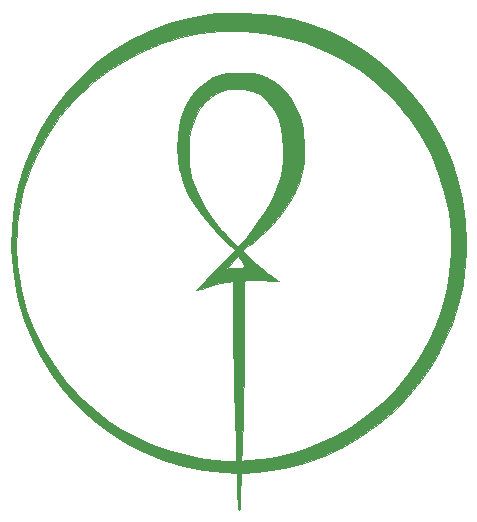
<source format=gbr>
G04 #@! TF.GenerationSoftware,KiCad,Pcbnew,5.0.2-bee76a0~70~ubuntu18.04.1*
G04 #@! TF.CreationDate,2019-08-23T13:18:12-04:00*
G04 #@! TF.ProjectId,badge,62616467-652e-46b6-9963-61645f706362,rev?*
G04 #@! TF.SameCoordinates,Original*
G04 #@! TF.FileFunction,Legend,Bot*
G04 #@! TF.FilePolarity,Positive*
%FSLAX46Y46*%
G04 Gerber Fmt 4.6, Leading zero omitted, Abs format (unit mm)*
G04 Created by KiCad (PCBNEW 5.0.2-bee76a0~70~ubuntu18.04.1) date Fri 23 Aug 2019 01:18:12 PM EDT*
%MOMM*%
%LPD*%
G01*
G04 APERTURE LIST*
%ADD10C,0.010000*%
G04 APERTURE END LIST*
D10*
G04 #@! TO.C,G\002A\002A\002A*
G36*
X167141436Y-74442278D02*
X166604564Y-74501672D01*
X164813740Y-74822185D01*
X163080891Y-75297442D01*
X161414389Y-75923807D01*
X159822608Y-76697644D01*
X158313922Y-77615316D01*
X156896704Y-78673189D01*
X156785734Y-78765267D01*
X155470798Y-79973192D01*
X154283314Y-81285795D01*
X153226705Y-82692471D01*
X152304391Y-84182616D01*
X151519795Y-85745623D01*
X150876339Y-87370890D01*
X150377445Y-89047809D01*
X150026533Y-90765776D01*
X149827028Y-92514187D01*
X149782349Y-94282436D01*
X149895920Y-96059917D01*
X150171162Y-97836027D01*
X150360235Y-98679000D01*
X150868276Y-100393114D01*
X151521917Y-102031474D01*
X152313003Y-103587267D01*
X153233380Y-105053682D01*
X154274893Y-106423907D01*
X155429387Y-107691131D01*
X156688710Y-108848542D01*
X158044705Y-109889329D01*
X159489219Y-110806680D01*
X161014097Y-111593783D01*
X162611185Y-112243827D01*
X164272328Y-112750001D01*
X165989372Y-113105493D01*
X167754162Y-113303491D01*
X167877067Y-113311146D01*
X168850734Y-113368666D01*
X168903667Y-114892666D01*
X168921154Y-115381210D01*
X168937390Y-115807195D01*
X168951259Y-116143429D01*
X168961642Y-116362720D01*
X168967167Y-116437833D01*
X169044790Y-116458548D01*
X169062400Y-116459000D01*
X169102528Y-116378862D01*
X169131290Y-116156139D01*
X169145849Y-115817363D01*
X169147067Y-115667673D01*
X169153968Y-115187888D01*
X169172189Y-114650280D01*
X169198006Y-114160872D01*
X169202079Y-114101340D01*
X169257090Y-113326333D01*
X169734463Y-113326333D01*
X170106926Y-113310990D01*
X170598063Y-113268865D01*
X171160387Y-113205815D01*
X171746416Y-113127699D01*
X172308663Y-113040372D01*
X172799643Y-112949694D01*
X172817081Y-112946090D01*
X174550602Y-112501578D01*
X176227542Y-111903032D01*
X177837029Y-111157392D01*
X179368192Y-110271597D01*
X180810158Y-109252586D01*
X182152055Y-108107300D01*
X183383012Y-106842678D01*
X184453138Y-105518905D01*
X184905879Y-104886619D01*
X185290071Y-104307560D01*
X185637767Y-103728408D01*
X185981017Y-103095841D01*
X186342333Y-102376089D01*
X187044853Y-100746407D01*
X187590945Y-99060928D01*
X187979551Y-97331189D01*
X188209614Y-95568727D01*
X188243832Y-94702531D01*
X187006763Y-94702531D01*
X186862384Y-96444068D01*
X186662290Y-97663000D01*
X186404338Y-98730832D01*
X186045649Y-99867701D01*
X185605956Y-101023645D01*
X185104994Y-102148701D01*
X184562496Y-103192908D01*
X184304640Y-103632000D01*
X183398783Y-104958096D01*
X182350696Y-106221140D01*
X181181906Y-107401179D01*
X179913940Y-108478256D01*
X178568325Y-109432416D01*
X177178818Y-110237396D01*
X176016012Y-110781623D01*
X174776255Y-111259080D01*
X173497580Y-111659369D01*
X172218021Y-111972090D01*
X170975611Y-112186845D01*
X169808385Y-112293237D01*
X169637005Y-112299349D01*
X169237944Y-112310333D01*
X169279378Y-111357833D01*
X169317086Y-110391174D01*
X169352578Y-109287984D01*
X169385218Y-108081060D01*
X169414372Y-106803197D01*
X169439403Y-105487191D01*
X169459678Y-104165837D01*
X169474560Y-102871932D01*
X169483415Y-101638270D01*
X169485734Y-100701808D01*
X169485734Y-97073559D01*
X169715540Y-97015881D01*
X169880936Y-97001069D01*
X170177656Y-96999920D01*
X170568305Y-97011654D01*
X171015491Y-97035488D01*
X171176040Y-97046373D01*
X171611490Y-97076798D01*
X171981133Y-97101159D01*
X172254922Y-97117591D01*
X172402814Y-97124228D01*
X172420220Y-97123604D01*
X172360325Y-97073874D01*
X172186873Y-96945522D01*
X171925124Y-96756899D01*
X171600336Y-96526357D01*
X171531220Y-96477666D01*
X171153857Y-96198068D01*
X170816704Y-95927333D01*
X169561136Y-95927333D01*
X169163602Y-95977531D01*
X168819657Y-96012949D01*
X168465335Y-96037820D01*
X168391475Y-96041031D01*
X168016883Y-96054333D01*
X168183711Y-95863833D01*
X168336487Y-95688988D01*
X168541641Y-95453728D01*
X168659987Y-95317847D01*
X168969437Y-94962362D01*
X169265287Y-95444847D01*
X169561136Y-95927333D01*
X170816704Y-95927333D01*
X170763216Y-95884382D01*
X170382275Y-95557898D01*
X170034014Y-95239909D01*
X169741410Y-94951706D01*
X169527443Y-94714581D01*
X169415092Y-94549826D01*
X169403749Y-94506392D01*
X169471182Y-94414330D01*
X169647859Y-94261481D01*
X169899405Y-94076770D01*
X169975249Y-94025487D01*
X170370155Y-93728963D01*
X170831143Y-93327720D01*
X171325714Y-92854718D01*
X171821366Y-92342919D01*
X172285601Y-91825282D01*
X172685920Y-91334767D01*
X172856835Y-91103066D01*
X173351693Y-90335900D01*
X173777668Y-89545400D01*
X174112852Y-88775998D01*
X174318861Y-88138000D01*
X174433581Y-87550815D01*
X174511345Y-86854831D01*
X174543370Y-86240623D01*
X172786622Y-86240623D01*
X172771345Y-86975317D01*
X172717262Y-87597567D01*
X172614176Y-88161826D01*
X172451892Y-88722549D01*
X172220215Y-89334191D01*
X172196847Y-89390631D01*
X171923916Y-89971011D01*
X171559287Y-90635786D01*
X171127997Y-91346687D01*
X170655083Y-92065445D01*
X170165582Y-92753790D01*
X169684532Y-93373453D01*
X169299437Y-93819262D01*
X168954339Y-94193650D01*
X168562390Y-93832825D01*
X168337975Y-93611823D01*
X168049548Y-93307500D01*
X167741081Y-92966969D01*
X167553923Y-92752333D01*
X166765701Y-91756403D01*
X166090277Y-90745277D01*
X165540475Y-89741121D01*
X165129116Y-88766099D01*
X164982441Y-88307333D01*
X164877139Y-87793345D01*
X164810707Y-87163961D01*
X164783086Y-86468585D01*
X164794219Y-85756619D01*
X164844048Y-85077466D01*
X164932515Y-84480529D01*
X164987183Y-84243333D01*
X165291070Y-83344866D01*
X165687257Y-82574306D01*
X166170194Y-81937027D01*
X166734330Y-81438403D01*
X167374114Y-81083809D01*
X168083995Y-80878619D01*
X168511648Y-80830893D01*
X169365427Y-80852095D01*
X170122850Y-81011960D01*
X170787768Y-81312650D01*
X171364033Y-81756327D01*
X171855495Y-82345152D01*
X172172136Y-82886057D01*
X172429141Y-83497272D01*
X172613258Y-84179034D01*
X172729312Y-84957688D01*
X172782128Y-85859577D01*
X172786622Y-86240623D01*
X174543370Y-86240623D01*
X174550343Y-86106893D01*
X174548766Y-85363847D01*
X174504804Y-84682540D01*
X174442768Y-84245417D01*
X174185280Y-83245978D01*
X173812730Y-82338310D01*
X173334323Y-81533640D01*
X172759267Y-80843197D01*
X172096766Y-80278209D01*
X171356028Y-79849905D01*
X170625216Y-79589307D01*
X170223240Y-79517946D01*
X169711088Y-79474944D01*
X169144450Y-79460368D01*
X168579017Y-79474285D01*
X168070479Y-79516763D01*
X167682604Y-79585742D01*
X166882204Y-79879814D01*
X166147687Y-80320911D01*
X165492793Y-80894957D01*
X164931264Y-81587871D01*
X164476841Y-82385575D01*
X164169714Y-83185000D01*
X163984094Y-83979434D01*
X163872115Y-84874618D01*
X163835477Y-85818009D01*
X163875885Y-86757064D01*
X163995041Y-87639241D01*
X164021155Y-87769828D01*
X164284496Y-88699554D01*
X164687695Y-89635936D01*
X165235710Y-90586825D01*
X165933496Y-91560075D01*
X166786008Y-92563538D01*
X167549224Y-93359963D01*
X168710408Y-94517927D01*
X167060661Y-96183831D01*
X166632311Y-96618574D01*
X166247591Y-97013266D01*
X165921367Y-97352312D01*
X165668505Y-97620115D01*
X165503874Y-97801079D01*
X165442339Y-97879607D01*
X165442537Y-97881358D01*
X165532202Y-97871466D01*
X165729331Y-97812410D01*
X165901920Y-97750445D01*
X166342882Y-97602256D01*
X166874639Y-97452208D01*
X167425129Y-97318556D01*
X167922291Y-97219557D01*
X168109900Y-97191112D01*
X168554400Y-97133184D01*
X168554541Y-100382592D01*
X168557052Y-101257892D01*
X168564102Y-102209524D01*
X168575075Y-103192985D01*
X168589355Y-104163773D01*
X168606325Y-105077384D01*
X168625369Y-105889317D01*
X168635890Y-106256666D01*
X168659415Y-107016119D01*
X168684313Y-107818353D01*
X168709260Y-108620814D01*
X168732933Y-109380948D01*
X168754006Y-110056199D01*
X168770900Y-110595833D01*
X168824702Y-112310333D01*
X168101221Y-112310333D01*
X166918212Y-112250722D01*
X165654386Y-112077921D01*
X164346110Y-111800976D01*
X163029750Y-111428933D01*
X161741674Y-110970839D01*
X160518247Y-110435741D01*
X160468734Y-110411675D01*
X159158824Y-109711400D01*
X157955040Y-108934998D01*
X156815539Y-108052647D01*
X155698478Y-107034523D01*
X155614613Y-106952033D01*
X154407704Y-105643460D01*
X153345894Y-104248974D01*
X152431685Y-102773782D01*
X151667580Y-101223091D01*
X151056082Y-99602110D01*
X150599694Y-97916044D01*
X150300918Y-96170102D01*
X150259961Y-95810986D01*
X150217419Y-95223877D01*
X150197844Y-94534124D01*
X150199927Y-93787562D01*
X150222361Y-93030027D01*
X150263837Y-92307355D01*
X150323047Y-91665383D01*
X150391957Y-91186000D01*
X150792495Y-89419265D01*
X151333526Y-87746239D01*
X152016750Y-86163622D01*
X152843867Y-84668116D01*
X153816579Y-83256421D01*
X154936586Y-81925238D01*
X155431067Y-81409686D01*
X156668628Y-80280692D01*
X158014137Y-79266623D01*
X159451251Y-78373902D01*
X160963624Y-77608954D01*
X162534912Y-76978202D01*
X164148769Y-76488069D01*
X165788852Y-76144981D01*
X167438814Y-75955359D01*
X169082311Y-75925628D01*
X169356596Y-75936775D01*
X171156494Y-76102681D01*
X172887046Y-76421014D01*
X174555288Y-76894335D01*
X176168254Y-77525208D01*
X177732980Y-78316195D01*
X179256501Y-79269859D01*
X180022988Y-79822018D01*
X180485728Y-80199098D01*
X181015746Y-80678197D01*
X181579666Y-81225163D01*
X182144112Y-81805842D01*
X182675709Y-82386083D01*
X183141082Y-82931734D01*
X183447656Y-83326386D01*
X184434134Y-84812613D01*
X185264026Y-86357451D01*
X185935676Y-87953521D01*
X186447429Y-89593444D01*
X186797631Y-91269839D01*
X186984628Y-92975328D01*
X187006763Y-94702531D01*
X188243832Y-94702531D01*
X188280076Y-93785079D01*
X188189879Y-91991782D01*
X187937965Y-90200373D01*
X187596948Y-88691715D01*
X187066906Y-87021576D01*
X186387934Y-85416787D01*
X185569108Y-83886050D01*
X184619504Y-82438067D01*
X183548199Y-81081541D01*
X182364268Y-79825171D01*
X181076787Y-78677661D01*
X179694832Y-77647712D01*
X178227480Y-76744025D01*
X176683806Y-75975303D01*
X175072885Y-75350247D01*
X173403796Y-74877558D01*
X173123056Y-74814731D01*
X171971533Y-74608876D01*
X170747851Y-74466313D01*
X169501767Y-74389433D01*
X168283043Y-74380624D01*
X167141436Y-74442278D01*
X167141436Y-74442278D01*
G37*
X167141436Y-74442278D02*
X166604564Y-74501672D01*
X164813740Y-74822185D01*
X163080891Y-75297442D01*
X161414389Y-75923807D01*
X159822608Y-76697644D01*
X158313922Y-77615316D01*
X156896704Y-78673189D01*
X156785734Y-78765267D01*
X155470798Y-79973192D01*
X154283314Y-81285795D01*
X153226705Y-82692471D01*
X152304391Y-84182616D01*
X151519795Y-85745623D01*
X150876339Y-87370890D01*
X150377445Y-89047809D01*
X150026533Y-90765776D01*
X149827028Y-92514187D01*
X149782349Y-94282436D01*
X149895920Y-96059917D01*
X150171162Y-97836027D01*
X150360235Y-98679000D01*
X150868276Y-100393114D01*
X151521917Y-102031474D01*
X152313003Y-103587267D01*
X153233380Y-105053682D01*
X154274893Y-106423907D01*
X155429387Y-107691131D01*
X156688710Y-108848542D01*
X158044705Y-109889329D01*
X159489219Y-110806680D01*
X161014097Y-111593783D01*
X162611185Y-112243827D01*
X164272328Y-112750001D01*
X165989372Y-113105493D01*
X167754162Y-113303491D01*
X167877067Y-113311146D01*
X168850734Y-113368666D01*
X168903667Y-114892666D01*
X168921154Y-115381210D01*
X168937390Y-115807195D01*
X168951259Y-116143429D01*
X168961642Y-116362720D01*
X168967167Y-116437833D01*
X169044790Y-116458548D01*
X169062400Y-116459000D01*
X169102528Y-116378862D01*
X169131290Y-116156139D01*
X169145849Y-115817363D01*
X169147067Y-115667673D01*
X169153968Y-115187888D01*
X169172189Y-114650280D01*
X169198006Y-114160872D01*
X169202079Y-114101340D01*
X169257090Y-113326333D01*
X169734463Y-113326333D01*
X170106926Y-113310990D01*
X170598063Y-113268865D01*
X171160387Y-113205815D01*
X171746416Y-113127699D01*
X172308663Y-113040372D01*
X172799643Y-112949694D01*
X172817081Y-112946090D01*
X174550602Y-112501578D01*
X176227542Y-111903032D01*
X177837029Y-111157392D01*
X179368192Y-110271597D01*
X180810158Y-109252586D01*
X182152055Y-108107300D01*
X183383012Y-106842678D01*
X184453138Y-105518905D01*
X184905879Y-104886619D01*
X185290071Y-104307560D01*
X185637767Y-103728408D01*
X185981017Y-103095841D01*
X186342333Y-102376089D01*
X187044853Y-100746407D01*
X187590945Y-99060928D01*
X187979551Y-97331189D01*
X188209614Y-95568727D01*
X188243832Y-94702531D01*
X187006763Y-94702531D01*
X186862384Y-96444068D01*
X186662290Y-97663000D01*
X186404338Y-98730832D01*
X186045649Y-99867701D01*
X185605956Y-101023645D01*
X185104994Y-102148701D01*
X184562496Y-103192908D01*
X184304640Y-103632000D01*
X183398783Y-104958096D01*
X182350696Y-106221140D01*
X181181906Y-107401179D01*
X179913940Y-108478256D01*
X178568325Y-109432416D01*
X177178818Y-110237396D01*
X176016012Y-110781623D01*
X174776255Y-111259080D01*
X173497580Y-111659369D01*
X172218021Y-111972090D01*
X170975611Y-112186845D01*
X169808385Y-112293237D01*
X169637005Y-112299349D01*
X169237944Y-112310333D01*
X169279378Y-111357833D01*
X169317086Y-110391174D01*
X169352578Y-109287984D01*
X169385218Y-108081060D01*
X169414372Y-106803197D01*
X169439403Y-105487191D01*
X169459678Y-104165837D01*
X169474560Y-102871932D01*
X169483415Y-101638270D01*
X169485734Y-100701808D01*
X169485734Y-97073559D01*
X169715540Y-97015881D01*
X169880936Y-97001069D01*
X170177656Y-96999920D01*
X170568305Y-97011654D01*
X171015491Y-97035488D01*
X171176040Y-97046373D01*
X171611490Y-97076798D01*
X171981133Y-97101159D01*
X172254922Y-97117591D01*
X172402814Y-97124228D01*
X172420220Y-97123604D01*
X172360325Y-97073874D01*
X172186873Y-96945522D01*
X171925124Y-96756899D01*
X171600336Y-96526357D01*
X171531220Y-96477666D01*
X171153857Y-96198068D01*
X170816704Y-95927333D01*
X169561136Y-95927333D01*
X169163602Y-95977531D01*
X168819657Y-96012949D01*
X168465335Y-96037820D01*
X168391475Y-96041031D01*
X168016883Y-96054333D01*
X168183711Y-95863833D01*
X168336487Y-95688988D01*
X168541641Y-95453728D01*
X168659987Y-95317847D01*
X168969437Y-94962362D01*
X169265287Y-95444847D01*
X169561136Y-95927333D01*
X170816704Y-95927333D01*
X170763216Y-95884382D01*
X170382275Y-95557898D01*
X170034014Y-95239909D01*
X169741410Y-94951706D01*
X169527443Y-94714581D01*
X169415092Y-94549826D01*
X169403749Y-94506392D01*
X169471182Y-94414330D01*
X169647859Y-94261481D01*
X169899405Y-94076770D01*
X169975249Y-94025487D01*
X170370155Y-93728963D01*
X170831143Y-93327720D01*
X171325714Y-92854718D01*
X171821366Y-92342919D01*
X172285601Y-91825282D01*
X172685920Y-91334767D01*
X172856835Y-91103066D01*
X173351693Y-90335900D01*
X173777668Y-89545400D01*
X174112852Y-88775998D01*
X174318861Y-88138000D01*
X174433581Y-87550815D01*
X174511345Y-86854831D01*
X174543370Y-86240623D01*
X172786622Y-86240623D01*
X172771345Y-86975317D01*
X172717262Y-87597567D01*
X172614176Y-88161826D01*
X172451892Y-88722549D01*
X172220215Y-89334191D01*
X172196847Y-89390631D01*
X171923916Y-89971011D01*
X171559287Y-90635786D01*
X171127997Y-91346687D01*
X170655083Y-92065445D01*
X170165582Y-92753790D01*
X169684532Y-93373453D01*
X169299437Y-93819262D01*
X168954339Y-94193650D01*
X168562390Y-93832825D01*
X168337975Y-93611823D01*
X168049548Y-93307500D01*
X167741081Y-92966969D01*
X167553923Y-92752333D01*
X166765701Y-91756403D01*
X166090277Y-90745277D01*
X165540475Y-89741121D01*
X165129116Y-88766099D01*
X164982441Y-88307333D01*
X164877139Y-87793345D01*
X164810707Y-87163961D01*
X164783086Y-86468585D01*
X164794219Y-85756619D01*
X164844048Y-85077466D01*
X164932515Y-84480529D01*
X164987183Y-84243333D01*
X165291070Y-83344866D01*
X165687257Y-82574306D01*
X166170194Y-81937027D01*
X166734330Y-81438403D01*
X167374114Y-81083809D01*
X168083995Y-80878619D01*
X168511648Y-80830893D01*
X169365427Y-80852095D01*
X170122850Y-81011960D01*
X170787768Y-81312650D01*
X171364033Y-81756327D01*
X171855495Y-82345152D01*
X172172136Y-82886057D01*
X172429141Y-83497272D01*
X172613258Y-84179034D01*
X172729312Y-84957688D01*
X172782128Y-85859577D01*
X172786622Y-86240623D01*
X174543370Y-86240623D01*
X174550343Y-86106893D01*
X174548766Y-85363847D01*
X174504804Y-84682540D01*
X174442768Y-84245417D01*
X174185280Y-83245978D01*
X173812730Y-82338310D01*
X173334323Y-81533640D01*
X172759267Y-80843197D01*
X172096766Y-80278209D01*
X171356028Y-79849905D01*
X170625216Y-79589307D01*
X170223240Y-79517946D01*
X169711088Y-79474944D01*
X169144450Y-79460368D01*
X168579017Y-79474285D01*
X168070479Y-79516763D01*
X167682604Y-79585742D01*
X166882204Y-79879814D01*
X166147687Y-80320911D01*
X165492793Y-80894957D01*
X164931264Y-81587871D01*
X164476841Y-82385575D01*
X164169714Y-83185000D01*
X163984094Y-83979434D01*
X163872115Y-84874618D01*
X163835477Y-85818009D01*
X163875885Y-86757064D01*
X163995041Y-87639241D01*
X164021155Y-87769828D01*
X164284496Y-88699554D01*
X164687695Y-89635936D01*
X165235710Y-90586825D01*
X165933496Y-91560075D01*
X166786008Y-92563538D01*
X167549224Y-93359963D01*
X168710408Y-94517927D01*
X167060661Y-96183831D01*
X166632311Y-96618574D01*
X166247591Y-97013266D01*
X165921367Y-97352312D01*
X165668505Y-97620115D01*
X165503874Y-97801079D01*
X165442339Y-97879607D01*
X165442537Y-97881358D01*
X165532202Y-97871466D01*
X165729331Y-97812410D01*
X165901920Y-97750445D01*
X166342882Y-97602256D01*
X166874639Y-97452208D01*
X167425129Y-97318556D01*
X167922291Y-97219557D01*
X168109900Y-97191112D01*
X168554400Y-97133184D01*
X168554541Y-100382592D01*
X168557052Y-101257892D01*
X168564102Y-102209524D01*
X168575075Y-103192985D01*
X168589355Y-104163773D01*
X168606325Y-105077384D01*
X168625369Y-105889317D01*
X168635890Y-106256666D01*
X168659415Y-107016119D01*
X168684313Y-107818353D01*
X168709260Y-108620814D01*
X168732933Y-109380948D01*
X168754006Y-110056199D01*
X168770900Y-110595833D01*
X168824702Y-112310333D01*
X168101221Y-112310333D01*
X166918212Y-112250722D01*
X165654386Y-112077921D01*
X164346110Y-111800976D01*
X163029750Y-111428933D01*
X161741674Y-110970839D01*
X160518247Y-110435741D01*
X160468734Y-110411675D01*
X159158824Y-109711400D01*
X157955040Y-108934998D01*
X156815539Y-108052647D01*
X155698478Y-107034523D01*
X155614613Y-106952033D01*
X154407704Y-105643460D01*
X153345894Y-104248974D01*
X152431685Y-102773782D01*
X151667580Y-101223091D01*
X151056082Y-99602110D01*
X150599694Y-97916044D01*
X150300918Y-96170102D01*
X150259961Y-95810986D01*
X150217419Y-95223877D01*
X150197844Y-94534124D01*
X150199927Y-93787562D01*
X150222361Y-93030027D01*
X150263837Y-92307355D01*
X150323047Y-91665383D01*
X150391957Y-91186000D01*
X150792495Y-89419265D01*
X151333526Y-87746239D01*
X152016750Y-86163622D01*
X152843867Y-84668116D01*
X153816579Y-83256421D01*
X154936586Y-81925238D01*
X155431067Y-81409686D01*
X156668628Y-80280692D01*
X158014137Y-79266623D01*
X159451251Y-78373902D01*
X160963624Y-77608954D01*
X162534912Y-76978202D01*
X164148769Y-76488069D01*
X165788852Y-76144981D01*
X167438814Y-75955359D01*
X169082311Y-75925628D01*
X169356596Y-75936775D01*
X171156494Y-76102681D01*
X172887046Y-76421014D01*
X174555288Y-76894335D01*
X176168254Y-77525208D01*
X177732980Y-78316195D01*
X179256501Y-79269859D01*
X180022988Y-79822018D01*
X180485728Y-80199098D01*
X181015746Y-80678197D01*
X181579666Y-81225163D01*
X182144112Y-81805842D01*
X182675709Y-82386083D01*
X183141082Y-82931734D01*
X183447656Y-83326386D01*
X184434134Y-84812613D01*
X185264026Y-86357451D01*
X185935676Y-87953521D01*
X186447429Y-89593444D01*
X186797631Y-91269839D01*
X186984628Y-92975328D01*
X187006763Y-94702531D01*
X188243832Y-94702531D01*
X188280076Y-93785079D01*
X188189879Y-91991782D01*
X187937965Y-90200373D01*
X187596948Y-88691715D01*
X187066906Y-87021576D01*
X186387934Y-85416787D01*
X185569108Y-83886050D01*
X184619504Y-82438067D01*
X183548199Y-81081541D01*
X182364268Y-79825171D01*
X181076787Y-78677661D01*
X179694832Y-77647712D01*
X178227480Y-76744025D01*
X176683806Y-75975303D01*
X175072885Y-75350247D01*
X173403796Y-74877558D01*
X173123056Y-74814731D01*
X171971533Y-74608876D01*
X170747851Y-74466313D01*
X169501767Y-74389433D01*
X168283043Y-74380624D01*
X167141436Y-74442278D01*
G04 #@! TD*
M02*

</source>
